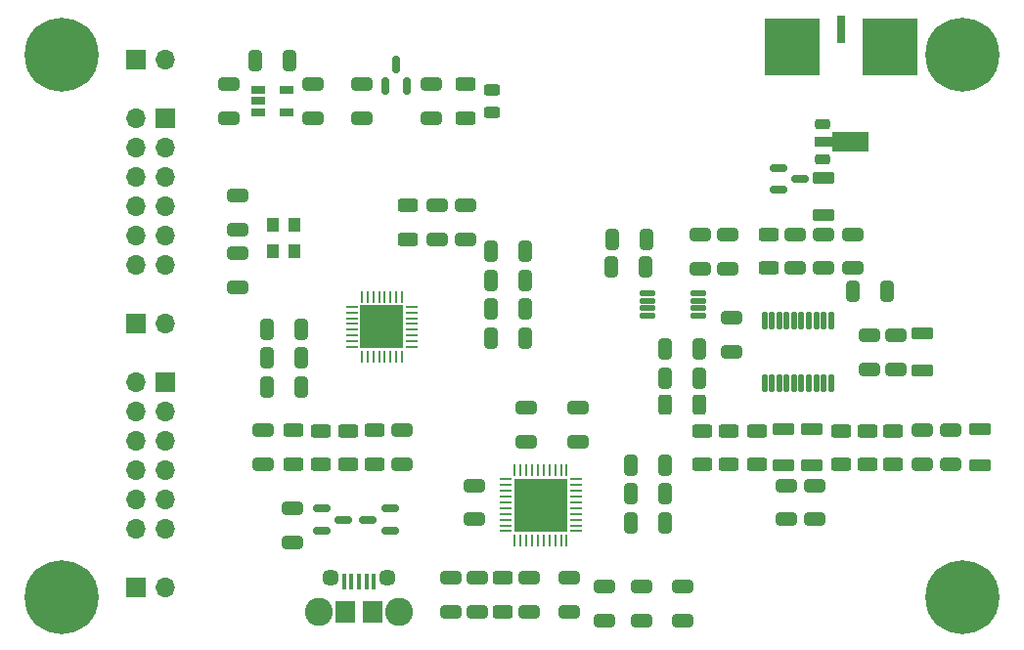
<source format=gbr>
%TF.GenerationSoftware,KiCad,Pcbnew,8.0.4*%
%TF.CreationDate,2024-09-14T20:38:07+07:00*%
%TF.ProjectId,msi_SDR_ADC,6d73695f-5344-4525-9f41-44432e6b6963,R0.1*%
%TF.SameCoordinates,PX72ade90PY75c75e0*%
%TF.FileFunction,Soldermask,Top*%
%TF.FilePolarity,Negative*%
%FSLAX46Y46*%
G04 Gerber Fmt 4.6, Leading zero omitted, Abs format (unit mm)*
G04 Created by KiCad (PCBNEW 8.0.4) date 2024-09-14 20:38:07*
%MOMM*%
%LPD*%
G01*
G04 APERTURE LIST*
G04 Aperture macros list*
%AMRoundRect*
0 Rectangle with rounded corners*
0 $1 Rounding radius*
0 $2 $3 $4 $5 $6 $7 $8 $9 X,Y pos of 4 corners*
0 Add a 4 corners polygon primitive as box body*
4,1,4,$2,$3,$4,$5,$6,$7,$8,$9,$2,$3,0*
0 Add four circle primitives for the rounded corners*
1,1,$1+$1,$2,$3*
1,1,$1+$1,$4,$5*
1,1,$1+$1,$6,$7*
1,1,$1+$1,$8,$9*
0 Add four rect primitives between the rounded corners*
20,1,$1+$1,$2,$3,$4,$5,0*
20,1,$1+$1,$4,$5,$6,$7,0*
20,1,$1+$1,$6,$7,$8,$9,0*
20,1,$1+$1,$8,$9,$2,$3,0*%
%AMFreePoly0*
4,1,9,3.862500,-0.866500,0.737500,-0.866500,0.737500,-0.450000,-0.737500,-0.450000,-0.737500,0.450000,0.737500,0.450000,0.737500,0.866500,3.862500,0.866500,3.862500,-0.866500,3.862500,-0.866500,$1*%
G04 Aperture macros list end*
%ADD10RoundRect,0.250000X0.650000X-0.325000X0.650000X0.325000X-0.650000X0.325000X-0.650000X-0.325000X0*%
%ADD11RoundRect,0.250000X-0.650000X0.325000X-0.650000X-0.325000X0.650000X-0.325000X0.650000X0.325000X0*%
%ADD12RoundRect,0.250000X-0.325000X-0.650000X0.325000X-0.650000X0.325000X0.650000X-0.325000X0.650000X0*%
%ADD13R,1.700000X1.700000*%
%ADD14O,1.700000X1.700000*%
%ADD15RoundRect,0.250000X0.325000X0.650000X-0.325000X0.650000X-0.325000X-0.650000X0.325000X-0.650000X0*%
%ADD16RoundRect,0.110000X-0.110000X-0.650000X0.110000X-0.650000X0.110000X0.650000X-0.110000X0.650000X0*%
%ADD17RoundRect,0.250000X-0.625000X0.312500X-0.625000X-0.312500X0.625000X-0.312500X0.625000X0.312500X0*%
%ADD18RoundRect,0.150000X-0.587500X-0.150000X0.587500X-0.150000X0.587500X0.150000X-0.587500X0.150000X0*%
%ADD19RoundRect,0.062500X-0.062500X0.437500X-0.062500X-0.437500X0.062500X-0.437500X0.062500X0.437500X0*%
%ADD20RoundRect,0.062500X-0.437500X0.062500X-0.437500X-0.062500X0.437500X-0.062500X0.437500X0.062500X0*%
%ADD21R,4.600000X4.600000*%
%ADD22RoundRect,0.250000X0.625000X-0.312500X0.625000X0.312500X-0.625000X0.312500X-0.625000X-0.312500X0*%
%ADD23RoundRect,0.250000X0.700000X-0.275000X0.700000X0.275000X-0.700000X0.275000X-0.700000X-0.275000X0*%
%ADD24R,0.400000X1.350000*%
%ADD25C,2.425000*%
%ADD26C,1.450000*%
%ADD27R,1.800000X1.900000*%
%ADD28RoundRect,0.150000X0.150000X-0.587500X0.150000X0.587500X-0.150000X0.587500X-0.150000X-0.587500X0*%
%ADD29RoundRect,0.250000X0.312500X0.625000X-0.312500X0.625000X-0.312500X-0.625000X0.312500X-0.625000X0*%
%ADD30RoundRect,0.243750X-0.456250X0.243750X-0.456250X-0.243750X0.456250X-0.243750X0.456250X0.243750X0*%
%ADD31RoundRect,0.250000X-0.700000X0.275000X-0.700000X-0.275000X0.700000X-0.275000X0.700000X0.275000X0*%
%ADD32RoundRect,0.150000X0.587500X0.150000X-0.587500X0.150000X-0.587500X-0.150000X0.587500X-0.150000X0*%
%ADD33C,0.800000*%
%ADD34C,6.400000*%
%ADD35RoundRect,0.112500X0.587500X-0.112500X0.587500X0.112500X-0.587500X0.112500X-0.587500X-0.112500X0*%
%ADD36R,1.250000X0.650000*%
%ADD37R,1.100000X1.300000*%
%ADD38R,0.700000X2.350000*%
%ADD39R,4.800000X4.900000*%
%ADD40RoundRect,0.225000X-0.425000X-0.225000X0.425000X-0.225000X0.425000X0.225000X-0.425000X0.225000X0*%
%ADD41FreePoly0,0.000000*%
%ADD42RoundRect,0.062500X0.062500X-0.437500X0.062500X0.437500X-0.062500X0.437500X-0.062500X-0.437500X0*%
%ADD43RoundRect,0.062500X0.437500X-0.062500X0.437500X0.062500X-0.437500X0.062500X-0.437500X-0.062500X0*%
%ADD44R,3.700000X3.700000*%
G04 APERTURE END LIST*
D10*
%TO.C,C13*%
X21000000Y15025000D03*
X21000000Y17975000D03*
%TD*%
D11*
%TO.C,C9*%
X68750000Y13225000D03*
X68750000Y10275000D03*
%TD*%
D12*
%TO.C,C29*%
X40675000Y28500000D03*
X43625000Y28500000D03*
%TD*%
D11*
%TO.C,C45*%
X39500000Y5225000D03*
X39500000Y2275000D03*
%TD*%
D10*
%TO.C,C21*%
X78000000Y15025000D03*
X78000000Y17975000D03*
%TD*%
D13*
%TO.C,J4*%
X12540000Y45030000D03*
D14*
X10000000Y45030000D03*
X12540000Y42490000D03*
X10000000Y42490000D03*
X12540000Y39950000D03*
X10000000Y39950000D03*
X12540000Y37410000D03*
X10000000Y37410000D03*
X12540000Y34870000D03*
X10000000Y34870000D03*
X12540000Y32330000D03*
X10000000Y32330000D03*
%TD*%
D12*
%TO.C,C27*%
X40675000Y26000000D03*
X43625000Y26000000D03*
%TD*%
D15*
%TO.C,C26*%
X54112500Y34512500D03*
X51162500Y34512500D03*
%TD*%
%TO.C,C25*%
X54087500Y32162500D03*
X51137500Y32162500D03*
%TD*%
D16*
%TO.C,IC2*%
X70130000Y27465000D03*
X69490000Y27465000D03*
X68850000Y27465000D03*
X68210000Y27465000D03*
X67570000Y27465000D03*
X66930000Y27465000D03*
X66290000Y27465000D03*
X65650000Y27465000D03*
X65010000Y27465000D03*
X64370000Y27465000D03*
X64370000Y22035000D03*
X65010000Y22035000D03*
X65650000Y22035000D03*
X66290000Y22035000D03*
X66930000Y22035000D03*
X67570000Y22035000D03*
X68210000Y22035000D03*
X68850000Y22035000D03*
X69490000Y22035000D03*
X70130000Y22035000D03*
%TD*%
D15*
%TO.C,C3*%
X24225000Y24250000D03*
X21275000Y24250000D03*
%TD*%
D17*
%TO.C,R7*%
X64750000Y34962500D03*
X64750000Y32037500D03*
%TD*%
D11*
%TO.C,C7*%
X18750000Y33325000D03*
X18750000Y30375000D03*
%TD*%
D15*
%TO.C,C40*%
X23225000Y50000000D03*
X20275000Y50000000D03*
%TD*%
D13*
%TO.C,J3*%
X10000000Y50120000D03*
D14*
X12540000Y50120000D03*
%TD*%
D11*
%TO.C,C47*%
X43750000Y19975000D03*
X43750000Y17025000D03*
%TD*%
D10*
%TO.C,C34*%
X53750000Y1525000D03*
X53750000Y4475000D03*
%TD*%
D11*
%TO.C,C15*%
X33000000Y17975000D03*
X33000000Y15025000D03*
%TD*%
D18*
%TO.C,D4*%
X26062500Y11200000D03*
X26062500Y9300000D03*
X27937500Y10250000D03*
%TD*%
D15*
%TO.C,C35*%
X55725000Y12500000D03*
X52775000Y12500000D03*
%TD*%
D19*
%TO.C,U4*%
X47250000Y14537500D03*
X46750000Y14537500D03*
X46250000Y14537500D03*
X45750000Y14537500D03*
X45250000Y14537500D03*
X44750000Y14537500D03*
X44250000Y14537500D03*
X43750000Y14537500D03*
X43250000Y14537500D03*
X42750000Y14537500D03*
D20*
X41962500Y13750000D03*
X41962500Y13250000D03*
X41962500Y12750000D03*
X41962500Y12250000D03*
X41962500Y11750000D03*
X41962500Y11250000D03*
X41962500Y10750000D03*
X41962500Y10250000D03*
X41962500Y9750000D03*
X41962500Y9250000D03*
D19*
X42750000Y8462500D03*
X43250000Y8462500D03*
X43750000Y8462500D03*
X44250000Y8462500D03*
X44750000Y8462500D03*
X45250000Y8462500D03*
X45750000Y8462500D03*
X46250000Y8462500D03*
X46750000Y8462500D03*
X47250000Y8462500D03*
D20*
X48037500Y9250000D03*
X48037500Y9750000D03*
X48037500Y10250000D03*
X48037500Y10750000D03*
X48037500Y11250000D03*
X48037500Y11750000D03*
X48037500Y12250000D03*
X48037500Y12750000D03*
X48037500Y13250000D03*
X48037500Y13750000D03*
D21*
X45000000Y11500000D03*
%TD*%
D22*
%TO.C,R16*%
X41750000Y2287500D03*
X41750000Y5212500D03*
%TD*%
%TO.C,R3*%
X73250000Y15037500D03*
X73250000Y17962500D03*
%TD*%
D23*
%TO.C,FB4*%
X83000000Y14925000D03*
X83000000Y18075000D03*
%TD*%
D18*
%TO.C,D1*%
X65562500Y40700000D03*
X65562500Y38800000D03*
X67437500Y39750000D03*
%TD*%
D10*
%TO.C,C20*%
X36000000Y34525000D03*
X36000000Y37475000D03*
%TD*%
D23*
%TO.C,FB5*%
X78000000Y23200000D03*
X78000000Y26350000D03*
%TD*%
D12*
%TO.C,C8*%
X21275000Y26750000D03*
X24225000Y26750000D03*
%TD*%
D13*
%TO.C,J6*%
X12540000Y22170000D03*
D14*
X10000000Y22170000D03*
X12540000Y19630000D03*
X10000000Y19630000D03*
X12540000Y17090000D03*
X10000000Y17090000D03*
X12540000Y14550000D03*
X10000000Y14550000D03*
X12540000Y12010000D03*
X10000000Y12010000D03*
X12540000Y9470000D03*
X10000000Y9470000D03*
%TD*%
D24*
%TO.C,J2*%
X27962000Y4925000D03*
X28612000Y4925000D03*
X29262000Y4925000D03*
X29912000Y4925000D03*
X30562000Y4925000D03*
D25*
X25750000Y2250000D03*
D26*
X26837000Y5250000D03*
D27*
X28112000Y2250000D03*
X30412000Y2250000D03*
D26*
X31687000Y5250000D03*
D25*
X32774000Y2250000D03*
%TD*%
D28*
%TO.C,U3*%
X31550000Y47812500D03*
X33450000Y47812500D03*
X32500000Y49687500D03*
%TD*%
D29*
%TO.C,R9*%
X58712500Y20250000D03*
X55787500Y20250000D03*
%TD*%
D11*
%TO.C,C48*%
X37250000Y5225000D03*
X37250000Y2275000D03*
%TD*%
D30*
%TO.C,D2*%
X40750000Y47437500D03*
X40750000Y45562500D03*
%TD*%
D31*
%TO.C,FB3*%
X68500000Y18075000D03*
X68500000Y14925000D03*
%TD*%
D11*
%TO.C,C37*%
X35500000Y47975000D03*
X35500000Y45025000D03*
%TD*%
%TO.C,C39*%
X18000000Y47975000D03*
X18000000Y45025000D03*
%TD*%
D15*
%TO.C,C4*%
X24225000Y21750000D03*
X21275000Y21750000D03*
%TD*%
D32*
%TO.C,D3*%
X31937500Y9300000D03*
X31937500Y11200000D03*
X30062500Y10250000D03*
%TD*%
D13*
%TO.C,J7*%
X10000000Y4390000D03*
D14*
X12540000Y4390000D03*
%TD*%
D31*
%TO.C,FB1*%
X66000000Y18075000D03*
X66000000Y14925000D03*
%TD*%
D11*
%TO.C,C23*%
X75750000Y26225000D03*
X75750000Y23275000D03*
%TD*%
D33*
%TO.C,REF\u002A\u002A*%
X79100000Y3500000D03*
X79802944Y5197056D03*
X79802944Y1802944D03*
X81500000Y5900000D03*
D34*
X81500000Y3500000D03*
D33*
X81500000Y1100000D03*
X83197056Y5197056D03*
X83197056Y1802944D03*
X83900000Y3500000D03*
%TD*%
D11*
%TO.C,C36*%
X29500000Y47975000D03*
X29500000Y45025000D03*
%TD*%
D10*
%TO.C,C31*%
X23500000Y8275000D03*
X23500000Y11225000D03*
%TD*%
D17*
%TO.C,R12*%
X23580000Y18000000D03*
X23580000Y15075000D03*
%TD*%
D15*
%TO.C,C17*%
X58725000Y22500000D03*
X55775000Y22500000D03*
%TD*%
D35*
%TO.C,IC3*%
X54250000Y29850000D03*
X54250000Y29200000D03*
X54250000Y28550000D03*
X54250000Y27900000D03*
X58650000Y27900000D03*
X58650000Y28550000D03*
X58650000Y29200000D03*
X58650000Y29850000D03*
%TD*%
D17*
%TO.C,R15*%
X30580000Y18000000D03*
X30580000Y15075000D03*
%TD*%
D11*
%TO.C,C10*%
X58800000Y34950000D03*
X58800000Y32000000D03*
%TD*%
D33*
%TO.C,REF\u002A\u002A*%
X1100000Y3500000D03*
X1802944Y5197056D03*
X1802944Y1802944D03*
X3500000Y5900000D03*
D34*
X3500000Y3500000D03*
D33*
X3500000Y1100000D03*
X5197056Y5197056D03*
X5197056Y1802944D03*
X5900000Y3500000D03*
%TD*%
D11*
%TO.C,C5*%
X69500000Y34975000D03*
X69500000Y32025000D03*
%TD*%
D36*
%TO.C,IC1*%
X20500000Y47440000D03*
X20500000Y46500000D03*
X20500000Y45560000D03*
X23000000Y45560000D03*
X23000000Y47440000D03*
%TD*%
D37*
%TO.C,Y1*%
X21800000Y35800000D03*
X21800000Y33500000D03*
X23700000Y33500000D03*
X23700000Y35800000D03*
%TD*%
D11*
%TO.C,C11*%
X61200000Y34950000D03*
X61200000Y32000000D03*
%TD*%
D38*
%TO.C,J1*%
X71000000Y52750000D03*
D39*
X75250000Y51175000D03*
X66750000Y51175000D03*
%TD*%
D10*
%TO.C,C6*%
X67000000Y32025000D03*
X67000000Y34975000D03*
%TD*%
D33*
%TO.C,REF\u002A\u002A*%
X1100000Y50500000D03*
X1802944Y52197056D03*
X1802944Y48802944D03*
X3500000Y52900000D03*
D34*
X3500000Y50500000D03*
D33*
X3500000Y48100000D03*
X5197056Y52197056D03*
X5197056Y48802944D03*
X5900000Y50500000D03*
%TD*%
D40*
%TO.C,U1*%
X69412500Y44500000D03*
D41*
X69500000Y43000000D03*
D40*
X69412500Y41500000D03*
%TD*%
D10*
%TO.C,C22*%
X80500000Y15025000D03*
X80500000Y17975000D03*
%TD*%
D11*
%TO.C,C24*%
X73500000Y26225000D03*
X73500000Y23275000D03*
%TD*%
D10*
%TO.C,C46*%
X44000000Y2275000D03*
X44000000Y5225000D03*
%TD*%
D31*
%TO.C,FB2*%
X69500000Y39825000D03*
X69500000Y36675000D03*
%TD*%
D10*
%TO.C,C12*%
X72000000Y32025000D03*
X72000000Y34975000D03*
%TD*%
D12*
%TO.C,C28*%
X40675000Y33500000D03*
X43625000Y33500000D03*
%TD*%
D22*
%TO.C,R5*%
X61250000Y15037500D03*
X61250000Y17962500D03*
%TD*%
D17*
%TO.C,R10*%
X38500000Y47962500D03*
X38500000Y45037500D03*
%TD*%
D11*
%TO.C,C18*%
X61500000Y27725000D03*
X61500000Y24775000D03*
%TD*%
D10*
%TO.C,C16*%
X38500000Y34525000D03*
X38500000Y37475000D03*
%TD*%
D12*
%TO.C,C30*%
X40675000Y31000000D03*
X43625000Y31000000D03*
%TD*%
D15*
%TO.C,C38*%
X55725000Y15000000D03*
X52775000Y15000000D03*
%TD*%
D10*
%TO.C,C49*%
X39250000Y10275000D03*
X39250000Y13225000D03*
%TD*%
D22*
%TO.C,R6*%
X59000000Y15037500D03*
X59000000Y17962500D03*
%TD*%
D17*
%TO.C,R14*%
X28330000Y17962500D03*
X28330000Y15037500D03*
%TD*%
%TO.C,R4*%
X63750000Y17962500D03*
X63750000Y15037500D03*
%TD*%
D10*
%TO.C,C41*%
X25250000Y45025000D03*
X25250000Y47975000D03*
%TD*%
D17*
%TO.C,R8*%
X71000000Y17962500D03*
X71000000Y15037500D03*
%TD*%
D42*
%TO.C,U2*%
X29500000Y24400000D03*
X30000000Y24400000D03*
X30500000Y24400000D03*
X31000000Y24400000D03*
X31500000Y24400000D03*
X32000000Y24400000D03*
X32500000Y24400000D03*
X33000000Y24400000D03*
D43*
X33800000Y25200000D03*
X33800000Y25700000D03*
X33800000Y26200000D03*
X33800000Y26700000D03*
X33800000Y27200000D03*
X33800000Y27700000D03*
X33800000Y28200000D03*
X33800000Y28700000D03*
D42*
X33000000Y29500000D03*
X32500000Y29500000D03*
X32000000Y29500000D03*
X31500000Y29500000D03*
X31000000Y29500000D03*
X30500000Y29500000D03*
X30000000Y29500000D03*
X29500000Y29500000D03*
D43*
X28700000Y28700000D03*
X28700000Y28200000D03*
X28700000Y27700000D03*
X28700000Y27200000D03*
X28700000Y26700000D03*
X28700000Y26200000D03*
X28700000Y25700000D03*
X28700000Y25200000D03*
D44*
X31250000Y26950000D03*
%TD*%
D33*
%TO.C,REF\u002A\u002A*%
X79100000Y50500000D03*
X79802944Y52197056D03*
X79802944Y48802944D03*
X81500000Y52900000D03*
D34*
X81500000Y50500000D03*
D33*
X81500000Y48100000D03*
X83197056Y52197056D03*
X83197056Y48802944D03*
X83900000Y50500000D03*
%TD*%
D10*
%TO.C,C42*%
X50500000Y1525000D03*
X50500000Y4475000D03*
%TD*%
D13*
%TO.C,J5*%
X10000000Y27250000D03*
D14*
X12540000Y27250000D03*
%TD*%
D15*
%TO.C,C32*%
X55725000Y10000000D03*
X52775000Y10000000D03*
%TD*%
%TO.C,C19*%
X58725000Y25000000D03*
X55775000Y25000000D03*
%TD*%
D11*
%TO.C,C14*%
X18750000Y38300000D03*
X18750000Y35350000D03*
%TD*%
%TO.C,C43*%
X48250000Y19975000D03*
X48250000Y17025000D03*
%TD*%
D17*
%TO.C,R11*%
X33500000Y37462500D03*
X33500000Y34537500D03*
%TD*%
D11*
%TO.C,C2*%
X66250000Y13225000D03*
X66250000Y10275000D03*
%TD*%
D22*
%TO.C,R2*%
X75500000Y15037500D03*
X75500000Y17962500D03*
%TD*%
D10*
%TO.C,C33*%
X57250000Y1525000D03*
X57250000Y4475000D03*
%TD*%
%TO.C,C44*%
X47500000Y2275000D03*
X47500000Y5225000D03*
%TD*%
D17*
%TO.C,R13*%
X26000000Y17962500D03*
X26000000Y15037500D03*
%TD*%
D15*
%TO.C,C1*%
X74975000Y30000000D03*
X72025000Y30000000D03*
%TD*%
M02*

</source>
